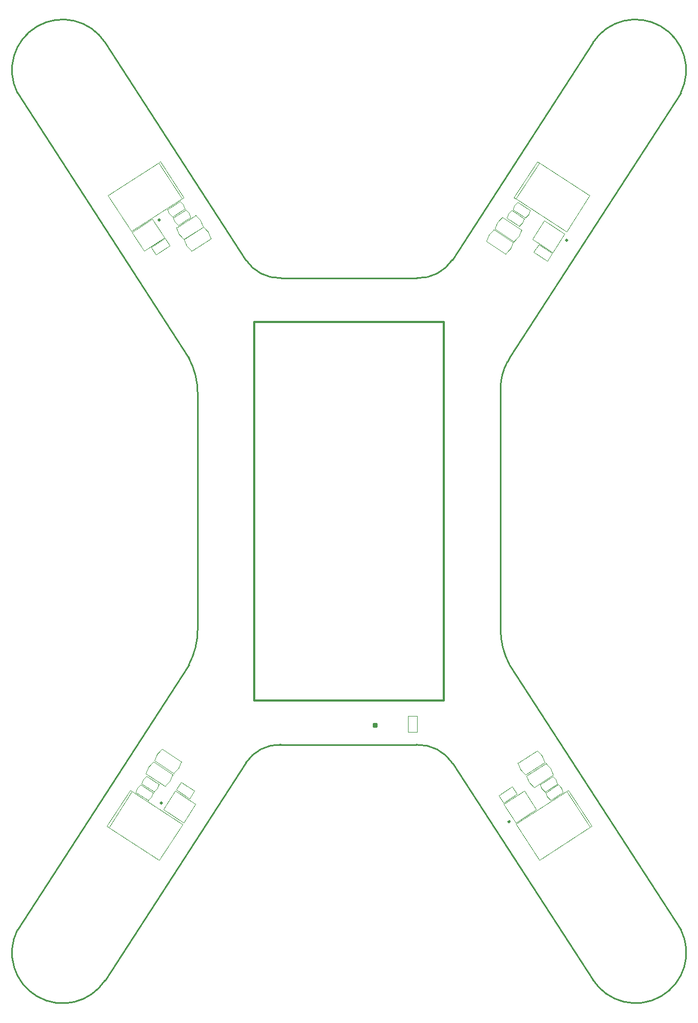
<source format=gbo>
G04 Layer_Color=32896*
%FSLAX44Y44*%
%MOMM*%
G71*
G01*
G75*
%ADD41C,0.3000*%
%ADD43C,0.2540*%
%ADD70C,0.1000*%
%ADD71C,0.4000*%
D41*
X1010000Y2000000D02*
X1160000D01*
X860000D02*
X1160000D01*
X860000Y1400000D02*
Y2000000D01*
Y1400000D02*
X1160000D01*
Y2000000D01*
X1262937Y1208134D02*
X1263571Y1207155D01*
X1264550Y1207789D01*
X1263916Y1208768D01*
X1262937Y1208134D01*
X712063Y1238581D02*
X711429Y1237602D01*
X712408Y1236968D01*
X713042Y1237947D01*
X712063Y1238581D01*
X1355187Y2128919D02*
X1355821Y2129898D01*
X1354842Y2130532D01*
X1354208Y2129553D01*
X1355187Y2128919D01*
X709563Y2161866D02*
X708929Y2162845D01*
X707950Y2162211D01*
X708584Y2161232D01*
X709563Y2161866D01*
D43*
X623250Y2443500D02*
G03*
X484250Y2363500I-67341J-43750D01*
G01*
X846279Y2099019D02*
G03*
X902000Y2070000I53619J34952D01*
G01*
X770000Y1887238D02*
G03*
X755890Y1943326I-118485J12D01*
G01*
X1260856Y1936902D02*
G03*
X1250250Y1894741I78458J-42152D01*
G01*
X1118000Y2070000D02*
G03*
X1173721Y2099019I2102J63971D01*
G01*
X1535750Y2363500D02*
G03*
X1396750Y2443500I-71658J36250D01*
G01*
X755906Y1456698D02*
G03*
X770016Y1512786I-104375J56076D01*
G01*
X901797Y1330073D02*
G03*
X846366Y1301205I-2091J-63639D01*
G01*
X484266Y1036525D02*
G03*
X623266Y956525I71658J-36250D01*
G01*
X1250250Y1513011D02*
G03*
X1264360Y1456924I118485J-12D01*
G01*
X1174358Y1300137D02*
G03*
X1117036Y1329989I-55160J-35956D01*
G01*
X1397000Y956750D02*
G03*
X1536000Y1036750I67341J43750D01*
G01*
X623250Y2443500D02*
X846238Y2098992D01*
X484250Y2363500D02*
X754899Y1945332D01*
X755957Y1943363D01*
X1265101Y1945332D02*
X1535750Y2363500D01*
X1173762Y2098992D02*
X1396750Y2443500D01*
X754915Y1454692D02*
X755973Y1456661D01*
X484266Y1036525D02*
X754915Y1454692D01*
X623266Y956525D02*
X846254Y1301032D01*
X1264293Y1456887D02*
X1265351Y1454918D01*
X1536000Y1036750D01*
X1174741Y1300131D02*
X1397000Y956750D01*
X902000Y2070000D02*
X1118000D01*
X770000Y1887238D02*
X770016D01*
X770000Y1513250D02*
X770016D01*
Y1887238D01*
X1250250Y1513011D02*
Y1894750D01*
X899707Y1330025D02*
X1117036D01*
X1260636Y1937022D02*
X1265101Y1945332D01*
D70*
X1320427Y1302098D02*
G03*
X1308466Y1320562I-30530J-6671D01*
G01*
X1277832Y1300717D02*
G03*
X1289793Y1282253I30530J6671D01*
G01*
X1333927Y1282098D02*
G03*
X1321966Y1300562I-30530J-6671D01*
G01*
X1291332Y1280717D02*
G03*
X1303293Y1262253I30530J6671D01*
G01*
X1340553Y1267804D02*
G03*
X1332806Y1279763I-17442J-2810D01*
G01*
X1313083Y1266986D02*
G03*
X1320830Y1255027I17442J2810D01*
G01*
X1349303Y1254804D02*
G03*
X1341556Y1266764I-17442J-2810D01*
G01*
X1321833Y1253987D02*
G03*
X1329580Y1242027I17442J2810D01*
G01*
X713784Y1322812D02*
G03*
X701823Y1304348I18568J-25135D01*
G01*
X732457Y1284503D02*
G03*
X744418Y1302967I-18568J25135D01*
G01*
X700034Y1302312D02*
G03*
X688073Y1283848I18568J-25135D01*
G01*
X718707Y1264003D02*
G03*
X730668Y1282467I-18568J25135D01*
G01*
X679830Y1266223D02*
G03*
X672083Y1254264I9694J-14770D01*
G01*
X691806Y1241487D02*
G03*
X699553Y1253446I-9694J14770D01*
G01*
X689080Y1279723D02*
G03*
X681333Y1267764I9694J-14770D01*
G01*
X701056Y1254986D02*
G03*
X708803Y1266946I-9694J14770D01*
G01*
X1253284Y2166062D02*
G03*
X1241323Y2147598I18568J-25135D01*
G01*
X1271957Y2127753D02*
G03*
X1283918Y2146217I-18568J25135D01*
G01*
X1240034Y2146562D02*
G03*
X1228073Y2128098I18568J-25135D01*
G01*
X1258707Y2108253D02*
G03*
X1270668Y2126717I-18568J25135D01*
G01*
X1268330Y2176973D02*
G03*
X1260583Y2165013I9694J-14770D01*
G01*
X1280306Y2152237D02*
G03*
X1288053Y2164196I-9694J14770D01*
G01*
X1277830Y2189973D02*
G03*
X1270083Y2178013I9694J-14770D01*
G01*
X1289806Y2165237D02*
G03*
X1297553Y2177196I-9694J14770D01*
G01*
X778927Y2151098D02*
G03*
X766966Y2169562I-30530J-6671D01*
G01*
X736332Y2149717D02*
G03*
X748293Y2131253I30530J6671D01*
G01*
X791177Y2132598D02*
G03*
X779216Y2151062I-30530J-6671D01*
G01*
X748582Y2131217D02*
G03*
X760543Y2112753I30530J6671D01*
G01*
X758803Y2166554D02*
G03*
X751056Y2178513I-17442J-2810D01*
G01*
X731333Y2165737D02*
G03*
X739080Y2153777I17442J2810D01*
G01*
X749803Y2179804D02*
G03*
X742056Y2191763I-17442J-2810D01*
G01*
X722333Y2178987D02*
G03*
X730080Y2167027I17442J2810D01*
G01*
X1103500Y1350250D02*
Y1375750D01*
X1117750Y1350250D02*
Y1375750D01*
X1103500D02*
X1117750D01*
X1103500Y1350250D02*
X1117750D01*
X1277832Y1300717D02*
X1308466Y1320562D01*
X1289793Y1282253D02*
X1320427Y1302098D01*
X1291332Y1280717D02*
X1321966Y1300562D01*
X1303293Y1262253D02*
X1333927Y1282098D01*
X1320830Y1255027D02*
X1340553Y1267804D01*
X1313083Y1266986D02*
X1332806Y1279763D01*
X1329580Y1242027D02*
X1349303Y1254804D01*
X1321833Y1253987D02*
X1341556Y1266764D01*
X701823Y1304348D02*
X732457Y1284503D01*
X713784Y1322812D02*
X744418Y1302967D01*
X688073Y1283848D02*
X718707Y1264003D01*
X700034Y1302312D02*
X730668Y1282467D01*
X679830Y1266223D02*
X699553Y1253446D01*
X672083Y1254264D02*
X691806Y1241487D01*
X689080Y1279723D02*
X708803Y1266946D01*
X681333Y1267764D02*
X701056Y1254986D01*
X1241323Y2147598D02*
X1271957Y2127753D01*
X1253284Y2166062D02*
X1283918Y2146217D01*
X1228073Y2128098D02*
X1258707Y2108253D01*
X1240034Y2146562D02*
X1270668Y2126717D01*
X1268330Y2176973D02*
X1288053Y2164196D01*
X1260583Y2165014D02*
X1280306Y2152237D01*
X1277830Y2189973D02*
X1297553Y2177196D01*
X1270082Y2178014D02*
X1289806Y2165237D01*
X736332Y2149717D02*
X766966Y2169562D01*
X748293Y2131253D02*
X778927Y2151098D01*
X748582Y2131217D02*
X779216Y2151062D01*
X760543Y2112753D02*
X791177Y2132598D01*
X739080Y2153777D02*
X758803Y2166554D01*
X731333Y2165737D02*
X751056Y2178513D01*
X730080Y2167027D02*
X749803Y2179804D01*
X722333Y2178987D02*
X742056Y2191763D01*
X1354840Y1256247D02*
X1357777Y1258150D01*
X1391811Y1199176D02*
X1394749Y1201079D01*
X1357777Y1258150D02*
X1394749Y1201079D01*
X1311660Y1147253D02*
X1391811Y1199176D01*
X1274689Y1204324D02*
X1311660Y1147253D01*
X1354840Y1256247D02*
X1391811Y1199176D01*
X1274689Y1204324D02*
X1354840Y1256247D01*
X626001Y1200829D02*
X628939Y1198926D01*
X662973Y1257900D02*
X665910Y1255997D01*
X626001Y1200829D02*
X662973Y1257900D01*
X665910Y1255997D02*
X746061Y1204074D01*
X709090Y1147003D02*
X746061Y1204074D01*
X628939Y1198926D02*
X665910Y1255997D01*
X628939Y1198926D02*
X709090Y1147003D01*
X1271501Y2197579D02*
X1274439Y2195676D01*
X1308473Y2254650D02*
X1311410Y2252747D01*
X1271501Y2197579D02*
X1308473Y2254650D01*
X1311410Y2252747D02*
X1391561Y2200824D01*
X1354590Y2143753D02*
X1391561Y2200824D01*
X1274439Y2195676D02*
X1311410Y2252747D01*
X1274439Y2195676D02*
X1354590Y2143753D01*
X708090Y2252997D02*
X711027Y2254900D01*
X745061Y2195926D02*
X747999Y2197829D01*
X711027Y2254900D02*
X747999Y2197829D01*
X664910Y2144003D02*
X745061Y2195926D01*
X627939Y2201074D02*
X664910Y2144003D01*
X708090Y2252997D02*
X745061Y2195926D01*
X627939Y2201074D02*
X708090Y2252997D01*
X1254855Y1237693D02*
X1276257Y1251557D01*
X1247107Y1249652D02*
X1268509Y1263517D01*
X1247107Y1249652D02*
X1254855Y1237693D01*
X1268509Y1263517D02*
X1276257Y1251557D01*
X735993Y1258557D02*
X757395Y1244693D01*
X743741Y1270517D02*
X765143Y1256653D01*
X735993Y1258557D02*
X743741Y1270517D01*
X757395Y1244693D02*
X765143Y1256653D01*
X1310605Y2123057D02*
X1332007Y2109193D01*
X1302857Y2111098D02*
X1324259Y2097233D01*
X1332007Y2109193D01*
X1302857Y2111098D02*
X1310605Y2123057D01*
X696493Y2119193D02*
X717895Y2133057D01*
X704241Y2107233D02*
X725643Y2121097D01*
X717895Y2133057D02*
X725643Y2121097D01*
X696493Y2119193D02*
X704241Y2107233D01*
X1274359Y1206596D02*
X1306671Y1227529D01*
X1255329Y1235971D02*
X1274359Y1206596D01*
X1255329Y1235971D02*
X1287641Y1256904D01*
X1306671Y1227529D01*
X715329Y1227529D02*
X747641Y1206596D01*
X715329Y1227529D02*
X734359Y1256904D01*
X766671Y1235971D01*
X747641Y1206596D02*
X766671Y1235971D01*
X1319609Y2160904D02*
X1351921Y2139971D01*
X1332891Y2110596D02*
X1351921Y2139971D01*
X1300579Y2131529D02*
X1332891Y2110596D01*
X1300579Y2131529D02*
X1319609Y2160904D01*
X665829Y2142471D02*
X698141Y2163404D01*
X717171Y2134029D01*
X684859Y2113096D02*
X717171Y2134029D01*
X665829Y2142471D02*
X684859Y2113096D01*
D71*
X1053000Y1362750D02*
X1049668D01*
Y1359418D01*
X1053000D01*
Y1362750D01*
M02*

</source>
